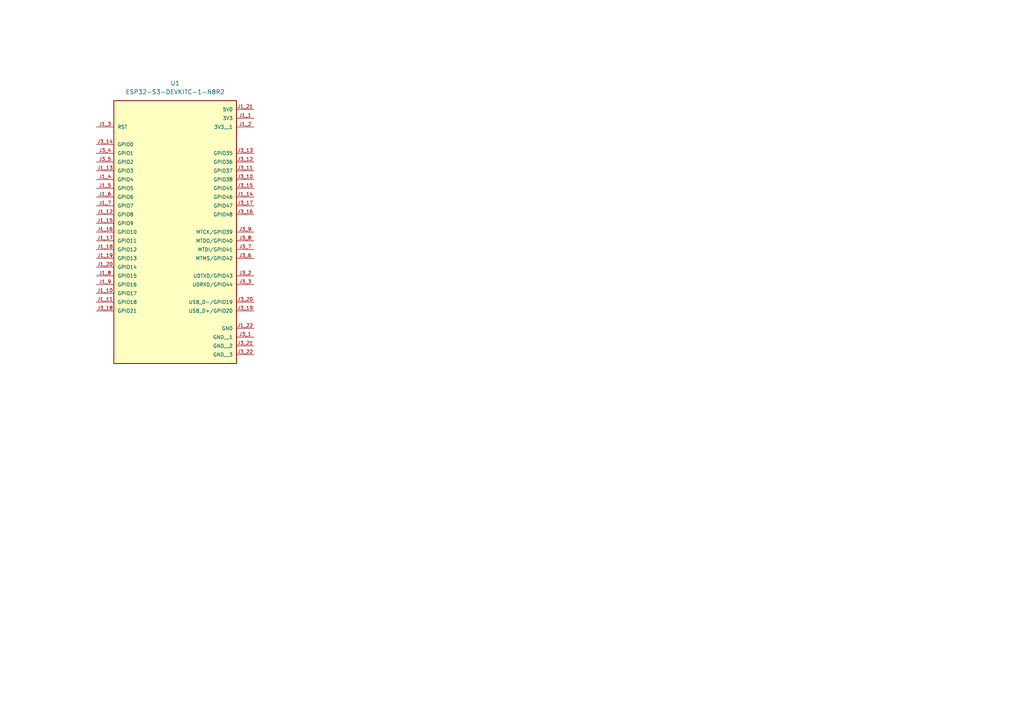
<source format=kicad_sch>
(kicad_sch (version 20231120) (generator "eeschema") (generator_version "8.0")
  (paper "A4")
  (lib_symbols
    (symbol "ESP32-S3-DEVKITC-1-N8R2:ESP32-S3-DEVKITC-1-N8R2" (pin_names (offset 1.016))
      (property "Reference" "U" (at -17.78 35.56 0))
      (property "Value" "ESP32-S3-DEVKITC-1-N8R2" (at -17.78 -45.72 0))
      (symbol "ESP32-S3-DEVKITC-1-N8R2_0_0"
        (rectangle (start -17.78 -43.18) (end 17.78 33.02) (stroke (width 0.254)) (fill (type background)))
        (pin power_in line (at 22.86 27.94 180) (length 5.08) (name "3V3") (number "J1_1"))
        (pin bidirectional line (at -22.86 -22.86 0) (length 5.08) (name "GPIO17") (number "J1_10"))
        (pin bidirectional line (at -22.86 -25.4 0) (length 5.08) (name "GPIO18") (number "J1_11"))
        (pin bidirectional line (at -22.86 0 0) (length 5.08) (name "GPIO8") (number "J1_12"))
        (pin bidirectional line (at -22.86 12.7 0) (length 5.08) (name "GPIO3") (number "J1_13"))
        (pin bidirectional line (at 22.86 5.08 180) (length 5.08) (name "GPIO46") (number "J1_14"))
        (pin bidirectional line (at -22.86 -2.54 0) (length 5.08) (name "GPIO9") (number "J1_15"))
        (pin bidirectional line (at -22.86 -5.08 0) (length 5.08) (name "GPIO10") (number "J1_16"))
        (pin bidirectional line (at -22.86 -7.62 0) (length 5.08) (name "GPIO11") (number "J1_17"))
        (pin bidirectional line (at -22.86 -10.16 0) (length 5.08) (name "GPIO12") (number "J1_18"))
        (pin bidirectional line (at -22.86 -12.7 0) (length 5.08) (name "GPIO13") (number "J1_19"))
        (pin power_in line (at 22.86 25.4 180) (length 5.08) (name "3V3__1") (number "J1_2"))
        (pin bidirectional line (at -22.86 -15.24 0) (length 5.08) (name "GPIO14") (number "J1_20"))
        (pin power_in line (at 22.86 30.48 180) (length 5.08) (name "5V0") (number "J1_21"))
        (pin power_in line (at 22.86 -33.02 180) (length 5.08) (name "GND") (number "J1_22"))
        (pin input line (at -22.86 25.4 0) (length 5.08) (name "RST") (number "J1_3"))
        (pin bidirectional line (at -22.86 10.16 0) (length 5.08) (name "GPIO4") (number "J1_4"))
        (pin bidirectional line (at -22.86 7.62 0) (length 5.08) (name "GPIO5") (number "J1_5"))
        (pin bidirectional line (at -22.86 5.08 0) (length 5.08) (name "GPIO6") (number "J1_6"))
        (pin bidirectional line (at -22.86 2.54 0) (length 5.08) (name "GPIO7") (number "J1_7"))
        (pin bidirectional line (at -22.86 -17.78 0) (length 5.08) (name "GPIO15") (number "J1_8"))
        (pin bidirectional line (at -22.86 -20.32 0) (length 5.08) (name "GPIO16") (number "J1_9"))
        (pin power_in line (at 22.86 -35.56 180) (length 5.08) (name "GND__1") (number "J3_1"))
        (pin bidirectional line (at 22.86 10.16 180) (length 5.08) (name "GPIO38") (number "J3_10"))
        (pin bidirectional line (at 22.86 12.7 180) (length 5.08) (name "GPIO37") (number "J3_11"))
        (pin bidirectional line (at 22.86 15.24 180) (length 5.08) (name "GPIO36") (number "J3_12"))
        (pin bidirectional line (at 22.86 17.78 180) (length 5.08) (name "GPIO35") (number "J3_13"))
        (pin bidirectional line (at -22.86 20.32 0) (length 5.08) (name "GPIO0") (number "J3_14"))
        (pin bidirectional line (at 22.86 7.62 180) (length 5.08) (name "GPIO45") (number "J3_15"))
        (pin bidirectional line (at 22.86 0 180) (length 5.08) (name "GPIO48") (number "J3_16"))
        (pin bidirectional line (at 22.86 2.54 180) (length 5.08) (name "GPIO47") (number "J3_17"))
        (pin bidirectional line (at -22.86 -27.94 0) (length 5.08) (name "GPIO21") (number "J3_18"))
        (pin bidirectional line (at 22.86 -27.94 180) (length 5.08) (name "USB_D+/GPIO20") (number "J3_19"))
        (pin bidirectional line (at 22.86 -17.78 180) (length 5.08) (name "U0TXD/GPIO43") (number "J3_2"))
        (pin bidirectional line (at 22.86 -25.4 180) (length 5.08) (name "USB_D-/GPIO19") (number "J3_20"))
        (pin power_in line (at 22.86 -38.1 180) (length 5.08) (name "GND__2") (number "J3_21"))
        (pin power_in line (at 22.86 -40.64 180) (length 5.08) (name "GND__3") (number "J3_22"))
        (pin bidirectional line (at 22.86 -20.32 180) (length 5.08) (name "U0RXD/GPIO44") (number "J3_3"))
        (pin bidirectional line (at -22.86 17.78 0) (length 5.08) (name "GPIO1") (number "J3_4"))
        (pin bidirectional line (at -22.86 15.24 0) (length 5.08) (name "GPIO2") (number "J3_5"))
        (pin bidirectional line (at 22.86 -12.7 180) (length 5.08) (name "MTMS/GPIO42") (number "J3_6"))
        (pin bidirectional line (at 22.86 -10.16 180) (length 5.08) (name "MTDI/GPIO41") (number "J3_7"))
        (pin bidirectional line (at 22.86 -7.62 180) (length 5.08) (name "MTDO/GPIO40") (number "J3_8"))
        (pin bidirectional line (at 22.86 -5.08 180) (length 5.08) (name "MTCK/GPIO39") (number "J3_9"))
      )
    )
  )
  (symbol (lib_id "ESP32-S3-DEVKITC-1-N8R2:ESP32-S3-DEVKITC-1-N8R2") (at 50.8 62.23 0) (unit 1)
    (property "Reference" "U1" (at 50.8 24.13 0))
    (property "Value" "ESP32-S3-DEVKITC-1-N8R2" (at 50.8 26.67 0))
    (property "Footprint" "ESP32-S3:XCVR_ESP32-S3-DEVKITC-1-N8R2" (effects (hide yes)))
    (property "MF" "Espressif Systems" (effects (hide yes)))
    (property "Description_1" "\nWiFi Development Tools - 802.11 (Engineering Samples Only) ESP32-S3 General-Purpose Development Board, ESP32-S3-WROOM-1-N8R2, with Pin Header\n" (effects (hide yes)))
    (property "Package" "None" (effects (hide yes)))
    (property "Price" "None" (effects (hide yes)))
    (property "Check_prices" "https://www.snapeda.com/parts/ESP32-S3-DEVKITC-1-N8R2/Espressif+Systems/view-part/?ref=eda" (effects (hide yes)))
    (property "STANDARD" "Manufacturer Recommendations" (effects (hide yes)))
    (property "PARTREV" "V1" (effects (hide yes)))
    (property "SnapEDA_Link" "https://www.snapeda.com/parts/ESP32-S3-DEVKITC-1-N8R2/Espressif+Systems/view-part/?ref=snap" (effects (hide yes)))
    (property "MP" "ESP32-S3-DEVKITC-1-N8R2" (effects (hide yes)))
    (property "Purchase-URL" "https://www.snapeda.com/api/url_track_click_mouser/?unipart_id=8918256&manufacturer=Espressif Systems&part_name=ESP32-S3-DEVKITC-1-N8R2&search_term=esp32 s3" (effects (hide yes)))
    (property "Availability" "In Stock" (effects (hide yes)))
    (property "MANUFACTURER" "Espressif" (effects (hide yes)))
  )
)
</source>
